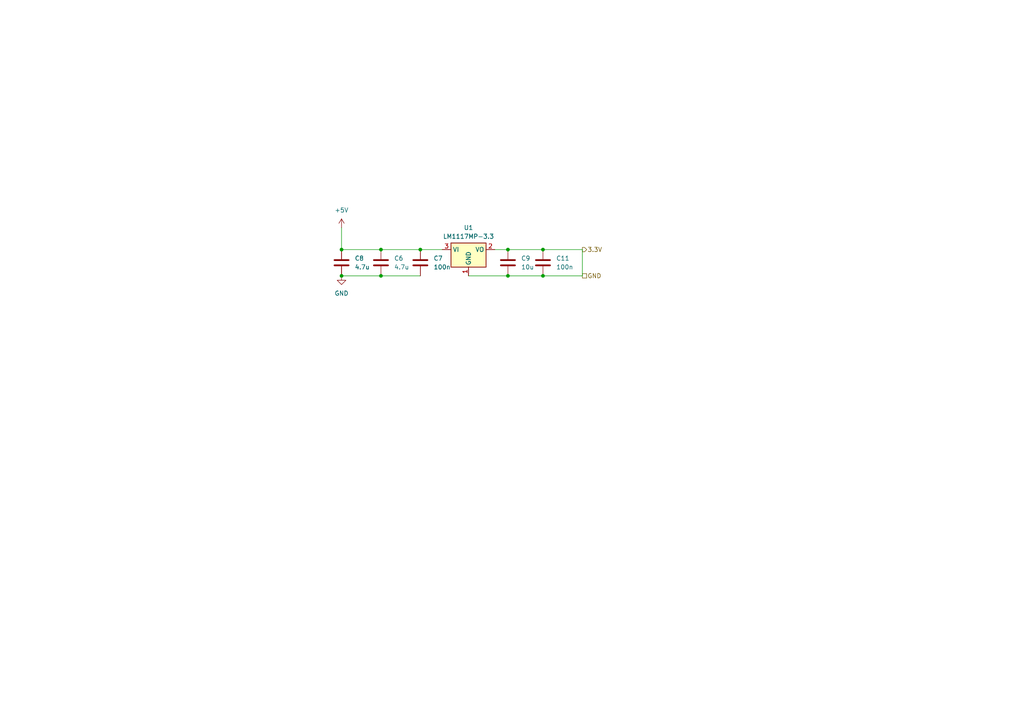
<source format=kicad_sch>
(kicad_sch (version 20230121) (generator eeschema)
  (paper "A4")
  (lib_symbols
    (symbol "Device:C" (pin_numbers hide) (pin_names (offset 0.254))
      (property "Reference" "C" (at 0.635 2.54 0))
      (property "Value" "C" (at 0.635 -2.54 0))
      (symbol "C_0_1"
        (polyline (pts (xy -2.032 -0.762) (xy 2.032 -0.762)) (stroke (width 0.508)))
        (polyline (pts (xy -2.032 0.762) (xy 2.032 0.762)) (stroke (width 0.508)))
      )
      (symbol "C_1_1"
        (pin passive line (at 0 3.81 270) (length 2.794) (name "~") (number "1"))
        (pin passive line (at 0 -3.81 90) (length 2.794) (name "~") (number "2"))
      )
    )
    (symbol "Regulator_Linear:LM1117MP-3.3"
      (property "Reference" "U" (at -3.81 3.175 0))
      (property "Value" "LM1117MP-3.3" (at 0 3.175 0))
      (symbol "LM1117MP-3.3_0_1"
        (rectangle (start -5.08 -5.08) (end 5.08 1.905) (stroke (width 0.254)) (fill (type background)))
      )
      (symbol "LM1117MP-3.3_1_1"
        (pin power_in line (at 0 -7.62 90) (length 2.54) (name "GND") (number "1"))
        (pin power_out line (at 7.62 0 180) (length 2.54) (name "VO") (number "2"))
        (pin power_in line (at -7.62 0 0) (length 2.54) (name "VI") (number "3"))
      )
    )
    (symbol "power:+5V" (power) (pin_names (offset 0))
      (property "Value" "+5V" (at 0 3.556 0))
      (symbol "+5V_0_1"
        (polyline (pts (xy -0.762 1.27) (xy 0 2.54)))
        (polyline (pts (xy 0 0) (xy 0 2.54)))
        (polyline (pts (xy 0 2.54) (xy 0.762 1.27)))
      )
      (symbol "+5V_1_1"
        (pin power_in line (at 0 0 90) (length 0) hide (name "+5V") (number "1"))
      )
    )
    (symbol "power:GND" (power) (pin_names (offset 0))
      (property "Value" "GND" (at 0 -3.81 0))
      (symbol "GND_0_1"
        (polyline (pts (xy 0 0) (xy 0 -1.27) (xy 1.27 -1.27) (xy 0 -2.54) (xy -1.27 -1.27) (xy 0 -1.27)))
      )
      (symbol "GND_1_1"
        (pin power_in line (at 0 0 270) (length 0) hide (name "GND") (number "1"))
      )
    )
  )
  (junction (at 157.48 72.39))
  (junction (at 99.06 80.01))
  (junction (at 157.48 80.01))
  (junction (at 121.92 72.39))
  (junction (at 110.49 80.01))
  (junction (at 110.49 72.39))
  (junction (at 99.06 72.39))
  (junction (at 147.32 80.01))
  (junction (at 147.32 72.39))
  (wire (pts (xy 143.51 72.39) (xy 147.32 72.39)))
  (wire (pts (xy 110.49 80.01) (xy 121.92 80.01)))
  (wire (pts (xy 99.06 66.04) (xy 99.06 72.39)))
  (wire (pts (xy 99.06 72.39) (xy 110.49 72.39)))
  (wire (pts (xy 157.48 80.01) (xy 168.91 80.01)))
  (wire (pts (xy 157.48 72.39) (xy 168.91 72.39)))
  (wire (pts (xy 147.32 80.01) (xy 157.48 80.01)))
  (wire (pts (xy 110.49 72.39) (xy 121.92 72.39)))
  (wire (pts (xy 121.92 72.39) (xy 128.27 72.39)))
  (wire (pts (xy 99.06 80.01) (xy 110.49 80.01)))
  (wire (pts (xy 168.91 80.01) (xy 168.91 72.39)))
  (wire (pts (xy 135.89 80.01) (xy 147.32 80.01)))
  (wire (pts (xy 147.32 72.39) (xy 157.48 72.39)))
  (hierarchical_label "3.3V" (shape output) (at 168.91 72.39 0))
  (hierarchical_label "GND" (shape passive) (at 168.91 80.01 0))
  (symbol (lib_id "Regulator_Linear:LM1117MP-3.3") (at 135.89 72.39 0) (unit 1)
    (property "Reference" "U1" (at 135.89 66.04 0))
    (property "Value" "LM1117MP-3.3" (at 135.89 68.58 0))
    (property "Footprint" "Package_TO_SOT_SMD:SOT-223-3_TabPin2" (effects hide))
    (property "Datasheet" "http://www.ti.com/lit/ds/symlink/lm1117.pdf" (effects hide))
  )
  (symbol (lib_id "Device:C") (at 99.06 76.2 0) (unit 1)
    (property "Reference" "C8" (at 102.87 74.93 0) (effects (justify left)))
    (property "Value" "4.7u" (at 102.87 77.47 0) (effects (justify left)))
  )
  (symbol (lib_id "Device:C") (at 121.92 76.2 0) (unit 1)
    (property "Reference" "C7" (at 125.73 74.93 0) (effects (justify left)))
    (property "Value" "100n" (at 125.73 77.47 0) (effects (justify left)))
  )
  (symbol (lib_id "Device:C") (at 147.32 76.2 0) (unit 1)
    (property "Reference" "C9" (at 151.13 74.93 0) (effects (justify left)))
    (property "Value" "10u" (at 151.13 77.47 0) (effects (justify left)))
  )
  (symbol (lib_id "power:GND") (at 99.06 80.01 0) (unit 1)
    (property "Reference" "#PWR011" (effects hide))
    (property "Value" "GND" (at 99.06 85.09 0))
  )
  (symbol (lib_id "Device:C") (at 110.49 76.2 0) (unit 1)
    (property "Reference" "C6" (at 114.3 74.93 0) (effects (justify left)))
    (property "Value" "4.7u" (at 114.3 77.47 0) (effects (justify left)))
  )
  (symbol (lib_id "power:+5V") (at 99.06 66.04 0) (unit 1)
    (property "Reference" "#PWR010" (effects hide))
    (property "Value" "+5V" (at 99.06 60.96 0))
  )
  (symbol (lib_id "Device:C") (at 157.48 76.2 0) (unit 1)
    (property "Reference" "C11" (at 161.29 74.93 0) (effects (justify left)))
    (property "Value" "100n" (at 161.29 77.47 0) (effects (justify left)))
  )
)
</source>
